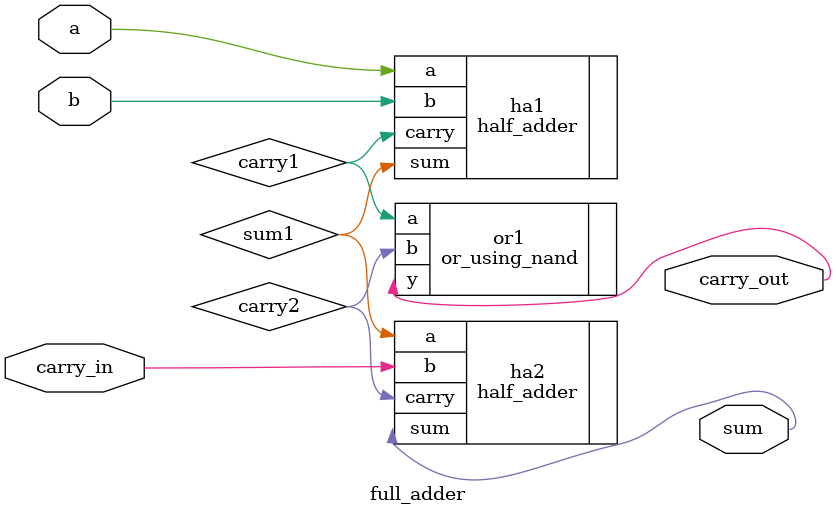
<source format=v>
`include "basic_gates.v"

module full_adder (
    input  a,
    input  b,
    input  carry_in,
    output sum,
    output carry_out
);
  wire sum1, carry1, carry2;
  half_adder ha1 (
      .a(a),
      .b(b),
      .sum(sum1),
      .carry(carry1)
  );
  half_adder ha2 (
      .a(sum1),
      .b(carry_in),
      .sum(sum),
      .carry(carry2)
  );
  or_using_nand or1 (
      .a(carry1),
      .b(carry2),
      .y(carry_out)
  );
endmodule

</source>
